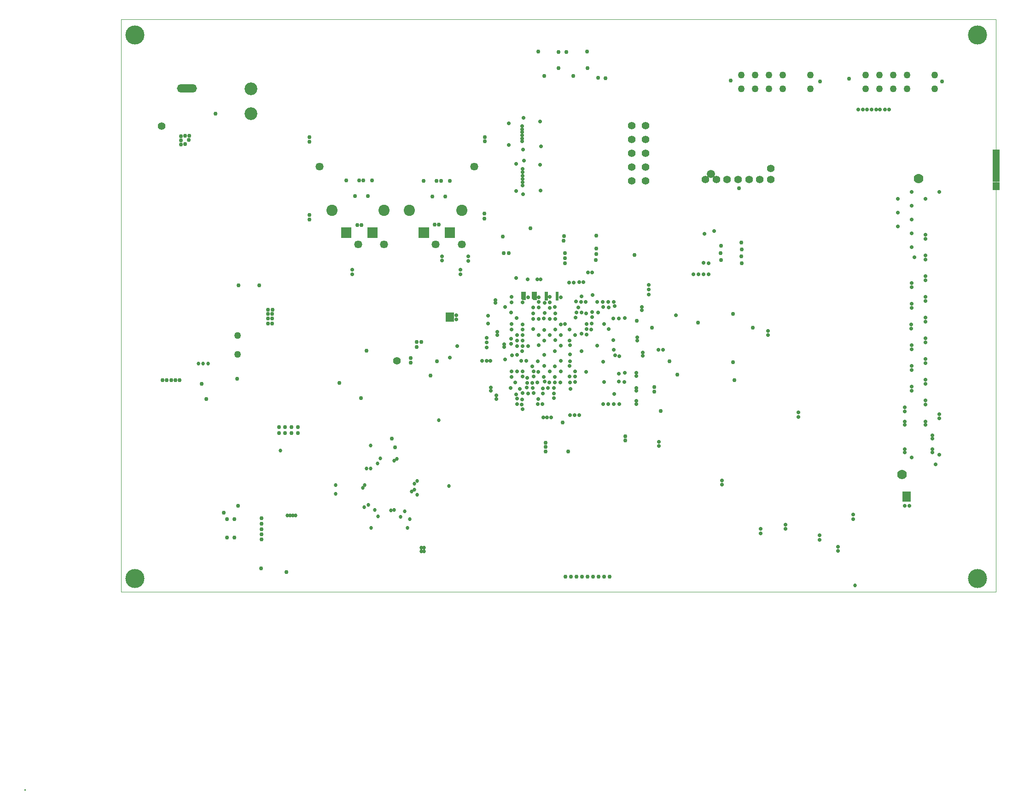
<source format=gbr>
%FSTAX23Y23*%
%MOIN*%
%SFA1B1*%

%IPPOS*%
%ADD93C,0.002008*%
%ADD94C,0.050000*%
%ADD95O,0.145000X0.059370*%
%ADD96C,0.138110*%
%ADD97C,0.081023*%
%ADD98C,0.070000*%
%ADD99C,0.092834*%
%ADD100C,0.059370*%
%ADD101C,0.055433*%
%ADD102C,0.057401*%
%ADD103C,0.027008*%
%ADD104C,0.027992*%
%ADD105C,0.030000*%
%LNatfc_copper_plane_1-1*%
%LPD*%
G36*
X05759Y03551D02*
X05736D01*
Y03614*
X05759*
Y03551*
G37*
G36*
X05834D02*
X05814D01*
Y03614*
X05834*
Y03551*
G37*
G36*
X05598Y03555D02*
X05574D01*
X05566Y03562*
Y03614*
X05598*
Y03555*
G37*
G36*
X01978Y0D02*
X01968D01*
Y0001*
X01978*
Y0*
G37*
G36*
X08386Y02092D02*
X08326D01*
Y02166*
X08386*
Y02092*
G37*
G36*
X05079Y03397D02*
X05019D01*
Y03462*
X05079*
Y03397*
G37*
G36*
X05677Y03555D02*
X05653D01*
X05641Y03566*
Y03614*
X05677*
Y03555*
G37*
G36*
X05085Y04002D02*
X0501D01*
Y0408*
X05085*
Y04002*
G37*
G36*
X09029Y04351D02*
X08979D01*
Y04406*
X09029*
Y04351*
G37*
G36*
Y04411D02*
X08979D01*
Y04645*
X09029*
Y04411*
G37*
G36*
X04335Y04002D02*
X0426D01*
Y0408*
X04335*
Y04002*
G37*
G36*
X04525D02*
X0445D01*
Y0408*
X04525*
Y04002*
G37*
G36*
X04897D02*
X04822D01*
Y0408*
X04897*
Y04002*
G37*
G54D93*
X09003Y0144D02*
Y05587D01*
X02669Y0144D02*
X09003D01*
X02669D02*
Y05587D01*
X09003*
G54D94*
X08059Y05085D03*
X08159D03*
X08259D03*
X08359D03*
X08559D03*
X08059Y05185D03*
X08159D03*
X08259D03*
X08359D03*
X08559D03*
X07159Y05085D03*
X07259D03*
X07359D03*
X07459D03*
X07659D03*
X07159Y05185D03*
X07259D03*
X07359D03*
X07459D03*
X07659D03*
X0351Y03296D03*
Y03159D03*
G54D95*
X03145Y05086D03*
G54D96*
X08869Y05474D03*
X02769D03*
Y01537D03*
X08869D03*
G54D97*
X04756Y04202D03*
X05134D03*
X04195D03*
X04573D03*
G54D98*
X0832Y02291D03*
X0844Y04432D03*
G54D99*
X03608Y05084D03*
Y04902D03*
G54D100*
X06938Y04467D03*
G54D101*
X06899Y04428D03*
X06978D03*
X07056D03*
X07135D03*
X07214D03*
X07292D03*
X07371D03*
Y04507D03*
X04666Y03115D03*
X06364Y04817D03*
X06464D03*
X06364Y04717D03*
X06464D03*
X06364Y04617D03*
X06464D03*
X06364Y04517D03*
X06464D03*
X06364Y04417D03*
X06464D03*
X0296Y04815D03*
G54D102*
X05134Y03958D03*
X04945D03*
X04384D03*
X04573D03*
X05226Y04521D03*
X04104D03*
G54D103*
X04862Y01732D03*
X04842D03*
X04476Y025D03*
X0798Y01487D03*
X04967Y02682D03*
X04791Y02181D03*
X0477Y02167D03*
X04791Y02224D03*
X04645Y02035D03*
X04432Y02212D03*
X0387Y01992D03*
X04758Y01966D03*
X04665Y02405D03*
X03262Y03094D03*
X03297D03*
X04222Y0215D03*
X04222Y02212D03*
X04418Y02194D03*
X0382Y02464D03*
X04478Y01905D03*
X04525Y0237D03*
X04528Y01986D03*
X04692Y01985D03*
X04546Y02407D03*
X04723Y02025D03*
X04506Y02032D03*
X0474Y01905D03*
X03227Y03093D03*
X04623Y0203D03*
X04444Y02332D03*
X04474D03*
X04427Y02055D03*
X04459Y0207D03*
X04811Y02142D03*
X04812Y02244D03*
X03893Y01992D03*
X03913D03*
X03933D03*
X04645Y02389D03*
X04842Y01759D03*
X04862D03*
X05041Y02207D03*
G54D104*
X05654Y02999D03*
X0659Y03192D03*
X05654Y03038D03*
X06559Y03192D03*
X08388Y03347D03*
X05575Y03339D03*
X08388Y03377D03*
X05575Y03378D03*
X08374Y02064D03*
X05811Y03457D03*
X08342Y02064D03*
X05811Y03418D03*
X0834Y02675D03*
X05772Y03536D03*
X0834Y02649D03*
X05772Y03496D03*
X0834Y02475D03*
X05692Y03539D03*
X08341Y02449D03*
X05692Y035D03*
X05495Y03577D03*
X07858Y01736D03*
X05495Y03537D03*
X07858Y01767D03*
X07724Y01817D03*
X05495Y0338D03*
X0849Y02827D03*
X05495Y0334D03*
X07724Y01849D03*
X0849Y02797D03*
X07298Y01865D03*
X05492Y03275D03*
X0849Y02977D03*
X07298Y01897D03*
X05492Y03236D03*
X0849Y02947D03*
X07477Y01897D03*
X05536Y0326D03*
X0859Y02727D03*
X07477Y01928D03*
X05536Y03221D03*
X0859Y02697D03*
X0839Y02897D03*
X05536Y03157D03*
X0839Y02927D03*
X05498Y03152D03*
X0849Y03097D03*
X05602Y03115D03*
X0849Y03127D03*
X05566Y03114D03*
X08491Y02675D03*
X07968Y01968D03*
X05607Y02952D03*
X08491Y02649D03*
X07968Y02D03*
X05607Y02991D03*
X0839Y03047D03*
X05536Y03038D03*
X0839Y03077D03*
X05496Y03038D03*
X0849Y03247D03*
X05523Y02956D03*
X0849Y03277D03*
X05488Y02917D03*
X0854Y02449D03*
X05575Y03038D03*
X07019Y02216D03*
X0854Y02475D03*
X05575Y02999D03*
X07019Y02248D03*
X08197Y04935D03*
X08229Y04935D03*
X05965Y03462D03*
X08134Y04932D03*
X06079Y0343D03*
X08163Y04932D03*
X06078Y03467D03*
X081Y04933D03*
X06236Y0354D03*
X08068Y04934D03*
X06199Y035D03*
X08037Y04934D03*
X06002Y03465D03*
X08005Y04934D03*
X05979Y03499D03*
X06121Y03465D03*
X0603Y03539D03*
X06Y0358D03*
X05882Y0338D03*
X06437Y0348D03*
Y03503D03*
X05851Y03377D03*
X06198Y03342D03*
X06316Y03425D03*
X0839Y03677D03*
X05721Y02877D03*
X0839Y03647D03*
X05723Y02912D03*
X0849Y03727D03*
X05803Y02842D03*
X0849Y03697D03*
X05802Y02877D03*
X06397Y02799D03*
X05759Y02917D03*
X0849Y03877D03*
X05803Y02917D03*
X0849Y03847D03*
X0839Y02412D03*
X08593Y02435D03*
X08566Y02362D03*
X08343Y02777D03*
Y02747D03*
X05385Y02862D03*
Y02838D03*
X05654Y02881D03*
X0849Y03397D03*
X05614Y02877D03*
X0849Y03427D03*
Y03577D03*
X05685Y02799D03*
X0849Y03547D03*
X05688Y02838D03*
X0839Y03527D03*
X05645Y02952D03*
X0839Y03497D03*
X05681Y02956D03*
X0757Y02707D03*
X05571Y02835D03*
X0757Y02739D03*
X05569Y02797D03*
X06561Y02527D03*
X08541Y02549D03*
X06561Y02496D03*
X05606Y02921D03*
X08541Y02575D03*
X05575Y02881D03*
X05917Y0272D03*
X05735Y02962D03*
X05769Y02957D03*
X05719Y02799D03*
X05649Y02917D03*
X05807Y02957D03*
X08412Y03865D03*
X05575Y03221D03*
X05614D03*
X0849Y04027D03*
Y03997D03*
X06444Y03149D03*
X06244Y03153D03*
X06275Y03147D03*
X05732Y03157D03*
X05807Y03185D03*
X05653Y035D03*
X06116Y03225D03*
X05688Y03035D03*
X0585Y03036D03*
X05917Y03161D03*
X05326Y03385D03*
X05685Y0311D03*
X0569Y03227D03*
X05646Y03073D03*
X05448Y03503D03*
X06035Y03456D03*
X0596Y03543D03*
X06236Y03192D03*
X06273Y0302D03*
X05921Y02909D03*
X0692Y0374D03*
X05955Y02959D03*
X06884Y0374D03*
X05955Y02999D03*
X06847Y0374D03*
X06444Y03173D03*
X06311Y0296D03*
X06685Y03444D03*
X06035Y03035D03*
X0585Y03114D03*
X05807Y03074D03*
X06238Y02875D03*
X05918Y0311D03*
X05808Y02996D03*
X05527Y04342D03*
Y04539D03*
X05783Y02704D03*
X06015Y03685D03*
X05571Y04814D03*
Y04791D03*
Y04769D03*
Y04746D03*
Y04724D03*
Y04702D03*
X05575Y04504D03*
Y04479D03*
Y04455D03*
Y0443D03*
Y04406D03*
Y04382D03*
X05984Y0272D03*
X05952D03*
X05448Y03125D03*
X05771Y03578D03*
X05095Y03412D03*
X05047Y03137D03*
X05102Y0322D03*
X06488Y03594D03*
Y03629D03*
X05724Y02704D03*
X05751D03*
X06314Y03027D03*
X05984Y03685D03*
X06082Y0359D03*
X06078Y03755D03*
X06047D03*
X05913Y03681D03*
X06Y03185D03*
X05346Y02897D03*
Y02921D03*
X05314Y03248D03*
Y03114D03*
X05342D03*
X05283D03*
X06001Y03309D03*
X06074Y03382D03*
X05918Y02957D03*
X06158Y03107D03*
X05586Y04562D03*
X05701Y04535D03*
X05705Y04348D03*
X05578Y0432D03*
X05475Y04835D03*
Y04678D03*
X05578Y04642D03*
X05708Y04666D03*
X05702Y04847D03*
X0558Y04872D03*
X05729Y0342D03*
X05809Y03504D03*
X06037Y03381D03*
Y03303D03*
Y03342D03*
X06962Y04052D03*
X06893Y04035D03*
X06884Y03822D03*
X0692Y0382D03*
X06811Y0374D03*
X05571Y03184D03*
X05693Y033D03*
X05772D03*
X05851Y033D03*
X05693Y03418D03*
X05917Y03227D03*
X05955Y033D03*
X06073Y03339D03*
X06165Y03381D03*
X05772Y03038D03*
X05575Y03536D03*
X05733Y03077D03*
X05955Y03038D03*
X05915Y02999D03*
X05574Y02762D03*
X05535Y033D03*
X05811Y03262D03*
X05914Y0326D03*
X05731D03*
X05531Y03425D03*
X05997Y03539D03*
X06115D03*
X06155D03*
X06233Y03421D03*
X05728Y02996D03*
X05848Y02956D03*
X05915Y03077D03*
X05496Y02996D03*
X06272Y02962D03*
X06165Y02959D03*
X06157Y02799D03*
X06196D03*
X06236D03*
X06275D03*
X06232Y03263D03*
X06397Y02897D03*
Y02917D03*
Y03027D03*
Y03003D03*
X06405Y03283D03*
Y03259D03*
X05393Y03322D03*
Y03299D03*
X05315Y03209D03*
X0544Y03232D03*
Y03212D03*
X05314Y03279D03*
X06397Y02822D03*
X0561Y03705D03*
X05681Y03704D03*
X05704D03*
X05095Y03443D03*
X05653Y03457D03*
Y03418D03*
X06488Y03665D03*
X05944Y03681D03*
X05851Y03575D03*
X06194Y03539D03*
X05693Y03575D03*
X05736Y03535D03*
X05734Y0346D03*
X05772Y03418D03*
X05914Y0334D03*
X05811Y03339D03*
X05733Y03337D03*
X05653Y03342D03*
X0829Y04287D03*
X0839Y04337D03*
Y04237D03*
X0829Y04187D03*
X0839Y04137D03*
X0829Y04087D03*
X0839Y03937D03*
X0859Y04337D03*
X0849Y04287D03*
X0839Y04037D03*
X05554Y02909D03*
X05326Y0344D03*
X05491Y03462D03*
X05377Y03555D03*
Y03535D03*
X05527Y0287D03*
X0624Y03511D03*
X06157Y03503D03*
X0627Y0342D03*
X05957Y03427D03*
X05614Y03575D03*
X05529Y03712D03*
X04341Y03741D03*
Y03772D03*
X05126D03*
X0499Y0384D03*
X05181Y03838D03*
X0499Y03871D03*
X05181Y0387D03*
X05126Y03741D03*
X05575Y033D03*
X0735Y0333D03*
X05575Y0326D03*
X0735Y03299D03*
X05851Y03225D03*
X05536Y02841D03*
X0839Y03197D03*
X05535Y02799D03*
X0839Y03227D03*
G54D105*
X08613Y05137D03*
X07938Y05157D03*
X06403Y03405D03*
X07082Y05144D03*
X07728Y05138D03*
X06318Y02537D03*
X04954Y0311D03*
X04297Y04419D03*
X04391D03*
X04422D03*
X04485D03*
X04454Y04307D03*
X0436D03*
X04858Y04417D03*
X04952D03*
X04984D03*
X05047D03*
X05015Y04305D03*
X04921D03*
X05905Y02456D03*
X04653Y02488D03*
X04909Y03007D03*
X0724Y03354D03*
X06385Y03881D03*
X07141Y04362D03*
X0594Y05177D03*
X05733Y05178D03*
X05431Y04015D03*
X0563Y04075D03*
X06513Y03352D03*
X04247Y02952D03*
X03286Y02837D03*
X04406Y02842D03*
X04628Y02549D03*
X04445Y03187D03*
X06205Y0155D03*
X06085D03*
X05885D03*
X06165D03*
X06125D03*
X06045D03*
X05965D03*
X05925D03*
X06005D03*
X03413Y02014D03*
X03487Y01832D03*
X03435Y01833D03*
X04841Y0325D03*
X04807Y03214D03*
Y0325D03*
X04765Y03134D03*
Y03099D03*
X04031Y04137D03*
X03865Y01584D03*
X03517Y0366D03*
X03352Y04904D03*
X03252Y02947D03*
X05298Y04144D03*
Y04179D03*
X053Y04702D03*
Y04735D03*
X04032Y047D03*
Y04735D03*
X04031Y0417D03*
X04408Y04097D03*
X04968Y041D03*
X04937D03*
X04377Y04097D03*
X0701Y03845D03*
X07009Y03895D03*
X0701Y03947D03*
X03435Y01968D03*
X03487Y01966D03*
X06046Y05232D03*
X05893Y0535D03*
X06043Y05352D03*
X05836Y05234D03*
Y0535D03*
X05689Y05355D03*
X06846Y0339D03*
X05865Y02667D03*
X06318Y02566D03*
X05743Y0252D03*
X06638Y0311D03*
X07099Y03102D03*
Y03455D03*
X05743Y02457D03*
Y02489D03*
X05474Y03892D03*
X03507Y02985D03*
X03101Y04741D03*
X03132Y04742D03*
X03162D03*
X03101Y04711D03*
X03157Y04712D03*
X031Y04681D03*
X03133Y04682D03*
X03668Y03659D03*
X02967Y02973D03*
X02999D03*
X0303D03*
X0306D03*
X0309D03*
X03813Y0259D03*
X03856D03*
X03902D03*
X03948D03*
Y02634D03*
X03902D03*
X03856D03*
X03813D03*
X03686Y01819D03*
Y01857D03*
Y01894D03*
Y01934D03*
Y01975D03*
X03681Y01609D03*
X06109Y03927D03*
X06108Y04019D03*
X05876Y04017D03*
X05873Y03982D03*
X0588Y03892D03*
Y0382D03*
X05439Y03892D03*
X06122Y05162D03*
X06174Y0516D03*
X03763Y03384D03*
Y03419D03*
X03764Y03485D03*
X03763Y03454D03*
X0373Y03385D03*
Y0342D03*
X03731Y03485D03*
Y03454D03*
X06107Y03887D03*
X06106Y03842D03*
X0588Y03857D03*
X07108Y02973D03*
X06696Y03015D03*
X06527Y02889D03*
Y02925D03*
X06574Y02751D03*
X03514Y02065D03*
X07159Y0397D03*
X0716Y0392D03*
X07157Y0387D03*
X07162Y0382D03*
M02*
</source>
